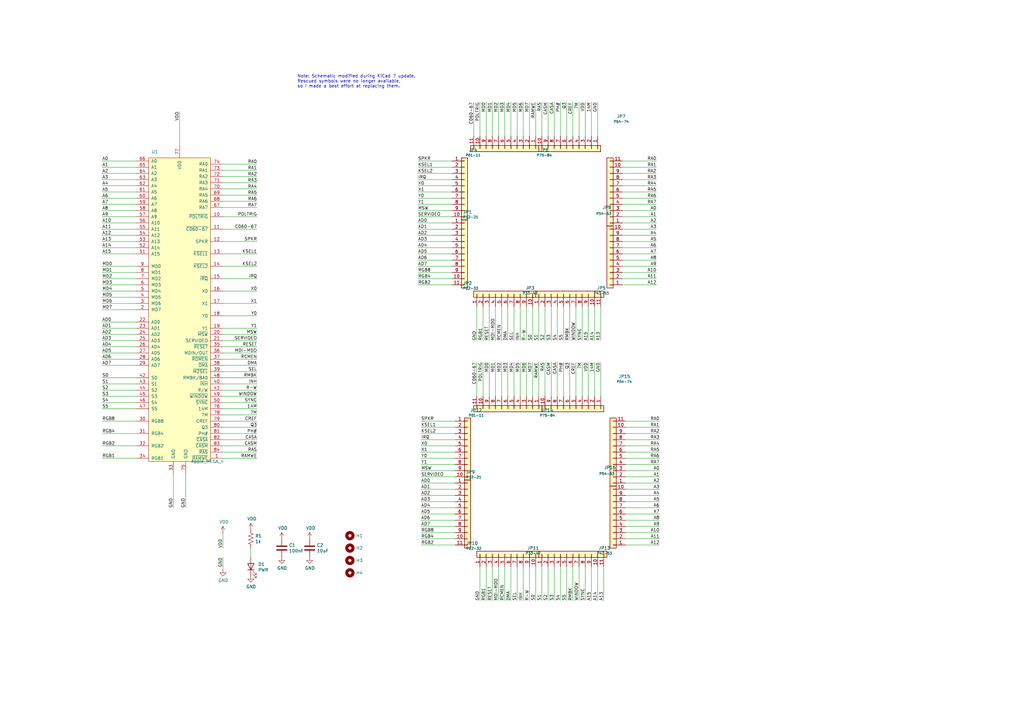
<source format=kicad_sch>
(kicad_sch (version 20230121) (generator eeschema)
  (paper "A3")
  (lib_symbols
    (symbol "Connector_Generic:Conn_01x10" (pin_names (offset 1.016) hide)
      (property "Reference" "J" (at 0 12.7 0))
      (property "Value" "Conn_01x10" (at 0 -15.24 0))
      (symbol "Conn_01x10_1_1"
        (rectangle (start -1.27 -12.573) (end 0 -12.827) (stroke (width 0.1524)))
        (rectangle (start -1.27 -10.033) (end 0 -10.287) (stroke (width 0.1524)))
        (rectangle (start -1.27 -7.493) (end 0 -7.747) (stroke (width 0.1524)))
        (rectangle (start -1.27 -4.953) (end 0 -5.207) (stroke (width 0.1524)))
        (rectangle (start -1.27 -2.413) (end 0 -2.667) (stroke (width 0.1524)))
        (rectangle (start -1.27 0.127) (end 0 -0.127) (stroke (width 0.1524)))
        (rectangle (start -1.27 2.667) (end 0 2.413) (stroke (width 0.1524)))
        (rectangle (start -1.27 5.207) (end 0 4.953) (stroke (width 0.1524)))
        (rectangle (start -1.27 7.747) (end 0 7.493) (stroke (width 0.1524)))
        (rectangle (start -1.27 10.287) (end 0 10.033) (stroke (width 0.1524)))
        (rectangle (start -1.27 11.43) (end 1.27 -13.97) (stroke (width 0.254)) (fill (type background)))
        (pin passive line (at -5.08 10.16 0) (length 3.81) (name "Pin_1") (number "1"))
        (pin passive line (at -5.08 -12.7 0) (length 3.81) (name "Pin_10") (number "10"))
        (pin passive line (at -5.08 7.62 0) (length 3.81) (name "Pin_2") (number "2"))
        (pin passive line (at -5.08 5.08 0) (length 3.81) (name "Pin_3") (number "3"))
        (pin passive line (at -5.08 2.54 0) (length 3.81) (name "Pin_4") (number "4"))
        (pin passive line (at -5.08 0 0) (length 3.81) (name "Pin_5") (number "5"))
        (pin passive line (at -5.08 -2.54 0) (length 3.81) (name "Pin_6") (number "6"))
        (pin passive line (at -5.08 -5.08 0) (length 3.81) (name "Pin_7") (number "7"))
        (pin passive line (at -5.08 -7.62 0) (length 3.81) (name "Pin_8") (number "8"))
        (pin passive line (at -5.08 -10.16 0) (length 3.81) (name "Pin_9") (number "9"))
      )
    )
    (symbol "Connector_Generic:Conn_01x11" (pin_names (offset 1.016) hide)
      (property "Reference" "J" (at 0 15.24 0))
      (property "Value" "Conn_01x11" (at 0 -15.24 0))
      (symbol "Conn_01x11_1_1"
        (rectangle (start -1.27 -12.573) (end 0 -12.827) (stroke (width 0.1524)))
        (rectangle (start -1.27 -10.033) (end 0 -10.287) (stroke (width 0.1524)))
        (rectangle (start -1.27 -7.493) (end 0 -7.747) (stroke (width 0.1524)))
        (rectangle (start -1.27 -4.953) (end 0 -5.207) (stroke (width 0.1524)))
        (rectangle (start -1.27 -2.413) (end 0 -2.667) (stroke (width 0.1524)))
        (rectangle (start -1.27 0.127) (end 0 -0.127) (stroke (width 0.1524)))
        (rectangle (start -1.27 2.667) (end 0 2.413) (stroke (width 0.1524)))
        (rectangle (start -1.27 5.207) (end 0 4.953) (stroke (width 0.1524)))
        (rectangle (start -1.27 7.747) (end 0 7.493) (stroke (width 0.1524)))
        (rectangle (start -1.27 10.287) (end 0 10.033) (stroke (width 0.1524)))
        (rectangle (start -1.27 12.827) (end 0 12.573) (stroke (width 0.1524)))
        (rectangle (start -1.27 13.97) (end 1.27 -13.97) (stroke (width 0.254)) (fill (type background)))
        (pin passive line (at -5.08 12.7 0) (length 3.81) (name "Pin_1") (number "1"))
        (pin passive line (at -5.08 -10.16 0) (length 3.81) (name "Pin_10") (number "10"))
        (pin passive line (at -5.08 -12.7 0) (length 3.81) (name "Pin_11") (number "11"))
        (pin passive line (at -5.08 10.16 0) (length 3.81) (name "Pin_2") (number "2"))
        (pin passive line (at -5.08 7.62 0) (length 3.81) (name "Pin_3") (number "3"))
        (pin passive line (at -5.08 5.08 0) (length 3.81) (name "Pin_4") (number "4"))
        (pin passive line (at -5.08 2.54 0) (length 3.81) (name "Pin_5") (number "5"))
        (pin passive line (at -5.08 0 0) (length 3.81) (name "Pin_6") (number "6"))
        (pin passive line (at -5.08 -2.54 0) (length 3.81) (name "Pin_7") (number "7"))
        (pin passive line (at -5.08 -5.08 0) (length 3.81) (name "Pin_8") (number "8"))
        (pin passive line (at -5.08 -7.62 0) (length 3.81) (name "Pin_9") (number "9"))
      )
    )
    (symbol "Device:C" (pin_numbers hide) (pin_names (offset 0.254))
      (property "Reference" "C" (at 0.635 2.54 0))
      (property "Value" "C" (at 0.635 -2.54 0))
      (symbol "C_0_1"
        (polyline (pts (xy -2.032 -0.762) (xy 2.032 -0.762)) (stroke (width 0.508)))
        (polyline (pts (xy -2.032 0.762) (xy 2.032 0.762)) (stroke (width 0.508)))
      )
      (symbol "C_1_1"
        (pin passive line (at 0 3.81 270) (length 2.794) (name "~") (number "1"))
        (pin passive line (at 0 -3.81 90) (length 2.794) (name "~") (number "2"))
      )
    )
    (symbol "Device:LED" (pin_numbers hide) (pin_names (offset 1.016) hide)
      (property "Reference" "D" (at 0 2.54 0))
      (property "Value" "LED" (at 0 -2.54 0))
      (symbol "LED_0_1"
        (polyline (pts (xy -1.27 -1.27) (xy -1.27 1.27)) (stroke (width 0.254)))
        (polyline (pts (xy -1.27 0) (xy 1.27 0)))
        (polyline (pts (xy 1.27 -1.27) (xy 1.27 1.27) (xy -1.27 0) (xy 1.27 -1.27)) (stroke (width 0.254)))
        (polyline (pts (xy -3.048 -0.762) (xy -4.572 -2.286) (xy -3.81 -2.286) (xy -4.572 -2.286) (xy -4.572 -1.524)))
        (polyline (pts (xy -1.778 -0.762) (xy -3.302 -2.286) (xy -2.54 -2.286) (xy -3.302 -2.286) (xy -3.302 -1.524)))
      )
      (symbol "LED_1_1"
        (pin passive line (at -3.81 0 0) (length 2.54) (name "K") (number "1"))
        (pin passive line (at 3.81 0 180) (length 2.54) (name "A") (number "2"))
      )
    )
    (symbol "Device:R_US" (pin_numbers hide) (pin_names (offset 0))
      (property "Reference" "R" (at 2.54 0 90))
      (property "Value" "R_US" (at -2.54 0 90))
      (symbol "R_US_0_1"
        (polyline (pts (xy 0 -2.286) (xy 0 -2.54)))
        (polyline (pts (xy 0 2.286) (xy 0 2.54)))
        (polyline (pts (xy 0 -0.762) (xy 1.016 -1.143) (xy 0 -1.524) (xy -1.016 -1.905) (xy 0 -2.286)))
        (polyline (pts (xy 0 0.762) (xy 1.016 0.381) (xy 0 0) (xy -1.016 -0.381) (xy 0 -0.762)))
        (polyline (pts (xy 0 2.286) (xy 1.016 1.905) (xy 0 1.524) (xy -1.016 1.143) (xy 0 0.762)))
      )
      (symbol "R_US_1_1"
        (pin passive line (at 0 3.81 270) (length 1.27) (name "~") (number "1"))
        (pin passive line (at 0 -3.81 90) (length 1.27) (name "~") (number "2"))
      )
    )
    (symbol "Mechanical:MountingHole" (pin_names (offset 1.016))
      (property "Reference" "H" (at 0 5.08 0))
      (property "Value" "MountingHole" (at 0 3.175 0))
      (symbol "MountingHole_0_1"
        (circle (center 0 0) (radius 1.27) (stroke (width 1.27)))
      )
    )
    (symbol "My_Library:Apple_MEGA_II" (pin_names (offset 1.016))
      (property "Reference" "U1" (at 5.08 67.31 0))
      (property "Value" "Apple_MEGA_II" (at 10.16 64.77 0))
      (symbol "Apple_MEGA_II_0_1"
        (rectangle (start 12.7 -62.23) (end -12.7 62.23) (fill (type background)))
      )
      (symbol "Apple_MEGA_II_1_1"
        (pin output line (at 17.78 -60.96 180) (length 5.08) (name "~{RAMWE}") (number "1"))
        (pin output line (at 17.78 38.1 180) (length 5.08) (name "~{PDLTRIG}") (number "10"))
        (pin output line (at 17.78 33.02 180) (length 5.08) (name "~{C060-67}") (number "11"))
        (pin output line (at 17.78 27.94 180) (length 5.08) (name "SPKR") (number "12"))
        (pin output line (at 17.78 22.86 180) (length 5.08) (name "~{KSEL1}") (number "13"))
        (pin output line (at 17.78 17.78 180) (length 5.08) (name "~{KSEL2}") (number "14"))
        (pin output line (at 17.78 12.7 180) (length 5.08) (name "~{IRQ}") (number "15"))
        (pin input line (at 17.78 7.62 180) (length 5.08) (name "X0") (number "16"))
        (pin input line (at 17.78 2.54 180) (length 5.08) (name "X1") (number "17"))
        (pin input line (at 17.78 -2.54 180) (length 5.08) (name "Y0") (number "18"))
        (pin input line (at 17.78 -7.62 180) (length 5.08) (name "Y1") (number "19"))
        (pin bidirectional line (at -17.78 0 0) (length 5.08) (name "MD7") (number "2"))
        (pin output line (at 17.78 -10.16 180) (length 5.08) (name "~{MSW}") (number "20"))
        (pin output line (at 17.78 -12.7 180) (length 5.08) (name "SERVIDEO") (number "21"))
        (pin bidirectional line (at -17.78 -5.08 0) (length 5.08) (name "AD0") (number "22"))
        (pin bidirectional line (at -17.78 -7.62 0) (length 5.08) (name "AD1") (number "23"))
        (pin bidirectional line (at -17.78 -10.16 0) (length 5.08) (name "AD2") (number "24"))
        (pin bidirectional line (at -17.78 -12.7 0) (length 5.08) (name "AD3") (number "25"))
        (pin bidirectional line (at -17.78 -15.24 0) (length 5.08) (name "AD4") (number "26"))
        (pin bidirectional line (at -17.78 -17.78 0) (length 5.08) (name "AD5") (number "27"))
        (pin bidirectional line (at -17.78 -20.32 0) (length 5.08) (name "AD6") (number "28"))
        (pin bidirectional line (at -17.78 -22.86 0) (length 5.08) (name "AD7") (number "29"))
        (pin bidirectional line (at -17.78 2.54 0) (length 5.08) (name "MD6") (number "3"))
        (pin output line (at -17.78 -45.72 0) (length 5.08) (name "RGB8") (number "30"))
        (pin output line (at -17.78 -50.8 0) (length 5.08) (name "RGB4") (number "31"))
        (pin output line (at -17.78 -55.88 0) (length 5.08) (name "RGB2") (number "32"))
        (pin power_in line (at -2.54 -67.31 90) (length 5.08) (name "GND") (number "33"))
        (pin output line (at -17.78 -60.96 0) (length 5.08) (name "RGB1") (number "34"))
        (pin input line (at 17.78 -15.24 180) (length 5.08) (name "~{RESET}") (number "35"))
        (pin output line (at 17.78 -17.78 180) (length 5.08) (name "MDIN/OUT") (number "36"))
        (pin output line (at 17.78 -20.32 180) (length 5.08) (name "~{ROMEN}") (number "37"))
        (pin input line (at 17.78 -22.86 180) (length 5.08) (name "~{DMA}") (number "38"))
        (pin input line (at 17.78 -25.4 180) (length 5.08) (name "~{M2SEL}") (number "39"))
        (pin bidirectional line (at -17.78 5.08 0) (length 5.08) (name "MD5") (number "4"))
        (pin input line (at 17.78 -30.48 180) (length 5.08) (name "~{INH}") (number "40"))
        (pin input line (at 17.78 -33.02 180) (length 5.08) (name "R/W") (number "41"))
        (pin output line (at -17.78 -27.94 0) (length 5.08) (name "S0") (number "42"))
        (pin output line (at -17.78 -30.48 0) (length 5.08) (name "S1") (number "43"))
        (pin output line (at -17.78 -33.02 0) (length 5.08) (name "S2") (number "44"))
        (pin output line (at -17.78 -35.56 0) (length 5.08) (name "S3") (number "45"))
        (pin output line (at -17.78 -38.1 0) (length 5.08) (name "S4") (number "46"))
        (pin output line (at -17.78 -40.64 0) (length 5.08) (name "S5") (number "47"))
        (pin output line (at 17.78 -27.94 180) (length 5.08) (name "RMBK/BA0") (number "48"))
        (pin output line (at 17.78 -35.56 180) (length 5.08) (name "~{WINDOW}") (number "49"))
        (pin bidirectional line (at -17.78 7.62 0) (length 5.08) (name "MD4") (number "5"))
        (pin output line (at 17.78 -38.1 180) (length 5.08) (name "~{SYNC}") (number "50"))
        (pin output line (at -17.78 22.86 0) (length 5.08) (name "A15") (number "51"))
        (pin output line (at -17.78 25.4 0) (length 5.08) (name "A14") (number "52"))
        (pin output line (at -17.78 27.94 0) (length 5.08) (name "A13") (number "53"))
        (pin output line (at -17.78 30.48 0) (length 5.08) (name "A12") (number "54"))
        (pin output line (at -17.78 33.02 0) (length 5.08) (name "A11") (number "55"))
        (pin output line (at -17.78 35.56 0) (length 5.08) (name "A10") (number "56"))
        (pin output line (at -17.78 38.1 0) (length 5.08) (name "A9") (number "57"))
        (pin output line (at -17.78 40.64 0) (length 5.08) (name "A8") (number "58"))
        (pin output line (at -17.78 43.18 0) (length 5.08) (name "A7") (number "59"))
        (pin bidirectional line (at -17.78 10.16 0) (length 5.08) (name "MD3") (number "6"))
        (pin output line (at -17.78 45.72 0) (length 5.08) (name "A6") (number "60"))
        (pin output line (at -17.78 48.26 0) (length 5.08) (name "A5") (number "61"))
        (pin output line (at -17.78 50.8 0) (length 5.08) (name "A4") (number "62"))
        (pin output line (at -17.78 53.34 0) (length 5.08) (name "A3") (number "63"))
        (pin output line (at -17.78 55.88 0) (length 5.08) (name "A2") (number "64"))
        (pin output line (at -17.78 58.42 0) (length 5.08) (name "A1") (number "65"))
        (pin output line (at -17.78 60.96 0) (length 5.08) (name "A0") (number "66"))
        (pin output line (at 17.78 41.91 180) (length 5.08) (name "RA7") (number "67"))
        (pin output line (at 17.78 44.45 180) (length 5.08) (name "RA6") (number "68"))
        (pin output line (at 17.78 46.99 180) (length 5.08) (name "RA5") (number "69"))
        (pin bidirectional line (at -17.78 12.7 0) (length 5.08) (name "MD2") (number "7"))
        (pin output line (at 17.78 49.53 180) (length 5.08) (name "RA4") (number "70"))
        (pin output line (at 17.78 52.07 180) (length 5.08) (name "RA3") (number "71"))
        (pin output line (at 17.78 54.61 180) (length 5.08) (name "RA2") (number "72"))
        (pin output line (at 17.78 57.15 180) (length 5.08) (name "RA1") (number "73"))
        (pin output line (at 17.78 59.69 180) (length 5.08) (name "RA0") (number "74"))
        (pin power_in line (at 2.54 -67.31 90) (length 5.08) (name "GND") (number "75"))
        (pin input line (at 17.78 -40.64 180) (length 5.08) (name "14M") (number "76"))
        (pin power_in line (at 0 67.31 270) (length 5.08) (name "VDD") (number "77"))
        (pin output line (at 17.78 -43.18 180) (length 5.08) (name "7M") (number "78"))
        (pin output line (at 17.78 -45.72 180) (length 5.08) (name "CREF") (number "79"))
        (pin bidirectional line (at -17.78 15.24 0) (length 5.08) (name "MD1") (number "8"))
        (pin output line (at 17.78 -48.26 180) (length 5.08) (name "Q3") (number "80"))
        (pin output line (at 17.78 -50.8 180) (length 5.08) (name "PH#") (number "81"))
        (pin output line (at 17.78 -53.34 180) (length 5.08) (name "~{CASA}") (number "82"))
        (pin output line (at 17.78 -55.88 180) (length 5.08) (name "~{CASM}") (number "83"))
        (pin output line (at 17.78 -58.42 180) (length 5.08) (name "~{RAS}") (number "84"))
        (pin bidirectional line (at -17.78 17.78 0) (length 5.08) (name "MD0") (number "9"))
      )
    )
    (symbol "power:GND" (power) (pin_names (offset 0))
      (property "Value" "GND" (at 0 -3.81 0))
      (symbol "GND_0_1"
        (polyline (pts (xy 0 0) (xy 0 -1.27) (xy 1.27 -1.27) (xy 0 -2.54) (xy -1.27 -1.27) (xy 0 -1.27)))
      )
      (symbol "GND_1_1"
        (pin power_in line (at 0 0 270) (length 0) hide (name "GND") (number "1"))
      )
    )
    (symbol "power:VDD" (power) (pin_names (offset 0))
      (property "Value" "VDD" (at 0 3.81 0))
      (symbol "VDD_0_1"
        (polyline (pts (xy -0.762 1.27) (xy 0 2.54)))
        (polyline (pts (xy 0 0) (xy 0 2.54)))
        (polyline (pts (xy 0 2.54) (xy 0.762 1.27)))
      )
      (symbol "VDD_1_1"
        (pin power_in line (at 0 0 90) (length 0) hide (name "VDD") (number "1"))
      )
    )
  )
  (wire (pts (xy 186.69 182.88) (xy 172.72 182.88)))
  (wire (pts (xy 55.88 172.72) (xy 41.91 172.72)))
  (wire (pts (xy 238.76 139.7) (xy 238.76 125.73)))
  (wire (pts (xy 214.63 246.38) (xy 214.63 232.41)))
  (wire (pts (xy 55.88 149.86) (xy 41.91 149.86)))
  (wire (pts (xy 205.74 139.7) (xy 205.74 125.73)))
  (wire (pts (xy 55.88 132.08) (xy 41.91 132.08)))
  (wire (pts (xy 212.09 55.88) (xy 212.09 41.91)))
  (wire (pts (xy 198.12 139.7) (xy 198.12 125.73)))
  (wire (pts (xy 185.42 106.68) (xy 171.45 106.68)))
  (wire (pts (xy 102.87 224.79) (xy 102.87 228.6)))
  (wire (pts (xy 186.69 195.58) (xy 172.72 195.58)))
  (wire (pts (xy 105.41 67.31) (xy 91.44 67.31)))
  (wire (pts (xy 55.88 182.88) (xy 41.91 182.88)))
  (wire (pts (xy 105.41 177.8) (xy 91.44 177.8)))
  (wire (pts (xy 219.71 55.88) (xy 219.71 41.91)))
  (wire (pts (xy 105.41 180.34) (xy 91.44 180.34)))
  (wire (pts (xy 226.06 162.56) (xy 226.06 148.59)))
  (wire (pts (xy 105.41 88.9) (xy 91.44 88.9)))
  (wire (pts (xy 255.27 96.52) (xy 269.24 96.52)))
  (wire (pts (xy 256.54 172.72) (xy 270.51 172.72)))
  (wire (pts (xy 55.88 160.02) (xy 41.91 160.02)))
  (wire (pts (xy 185.42 83.82) (xy 171.45 83.82)))
  (wire (pts (xy 185.42 73.66) (xy 171.45 73.66)))
  (wire (pts (xy 105.41 187.96) (xy 91.44 187.96)))
  (wire (pts (xy 186.69 220.98) (xy 172.72 220.98)))
  (wire (pts (xy 256.54 218.44) (xy 270.51 218.44)))
  (wire (pts (xy 255.27 99.06) (xy 269.24 99.06)))
  (wire (pts (xy 185.42 68.58) (xy 171.45 68.58)))
  (wire (pts (xy 204.47 246.38) (xy 204.47 232.41)))
  (wire (pts (xy 243.84 139.7) (xy 243.84 125.73)))
  (wire (pts (xy 234.95 246.38) (xy 234.95 232.41)))
  (wire (pts (xy 233.68 162.56) (xy 233.68 148.59)))
  (wire (pts (xy 194.31 55.88) (xy 194.31 41.91)))
  (wire (pts (xy 185.42 99.06) (xy 171.45 99.06)))
  (wire (pts (xy 207.01 246.38) (xy 207.01 232.41)))
  (wire (pts (xy 236.22 139.7) (xy 236.22 125.73)))
  (wire (pts (xy 256.54 182.88) (xy 270.51 182.88)))
  (wire (pts (xy 55.88 116.84) (xy 41.91 116.84)))
  (wire (pts (xy 185.42 71.12) (xy 171.45 71.12)))
  (wire (pts (xy 236.22 162.56) (xy 236.22 148.59)))
  (wire (pts (xy 212.09 246.38) (xy 212.09 232.41)))
  (wire (pts (xy 224.79 246.38) (xy 224.79 232.41)))
  (wire (pts (xy 200.66 139.7) (xy 200.66 125.73)))
  (wire (pts (xy 227.33 55.88) (xy 227.33 41.91)))
  (wire (pts (xy 55.88 187.96) (xy 41.91 187.96)))
  (wire (pts (xy 217.17 246.38) (xy 217.17 232.41)))
  (wire (pts (xy 105.41 152.4) (xy 91.44 152.4)))
  (wire (pts (xy 185.42 104.14) (xy 171.45 104.14)))
  (wire (pts (xy 199.39 55.88) (xy 199.39 41.91)))
  (wire (pts (xy 105.41 154.94) (xy 91.44 154.94)))
  (wire (pts (xy 234.95 55.88) (xy 234.95 41.91)))
  (wire (pts (xy 237.49 55.88) (xy 237.49 41.91)))
  (wire (pts (xy 105.41 74.93) (xy 91.44 74.93)))
  (wire (pts (xy 201.93 55.88) (xy 201.93 41.91)))
  (wire (pts (xy 255.27 71.12) (xy 269.24 71.12)))
  (wire (pts (xy 105.41 175.26) (xy 91.44 175.26)))
  (wire (pts (xy 204.47 55.88) (xy 204.47 41.91)))
  (wire (pts (xy 255.27 81.28) (xy 269.24 81.28)))
  (wire (pts (xy 256.54 208.28) (xy 270.51 208.28)))
  (wire (pts (xy 196.85 246.38) (xy 196.85 232.41)))
  (wire (pts (xy 55.88 147.32) (xy 41.91 147.32)))
  (wire (pts (xy 55.88 91.44) (xy 41.91 91.44)))
  (wire (pts (xy 55.88 111.76) (xy 41.91 111.76)))
  (wire (pts (xy 185.42 101.6) (xy 171.45 101.6)))
  (wire (pts (xy 226.06 139.7) (xy 226.06 125.73)))
  (wire (pts (xy 228.6 139.7) (xy 228.6 125.73)))
  (wire (pts (xy 256.54 205.74) (xy 270.51 205.74)))
  (wire (pts (xy 256.54 175.26) (xy 270.51 175.26)))
  (wire (pts (xy 222.25 55.88) (xy 222.25 41.91)))
  (wire (pts (xy 223.52 162.56) (xy 223.52 148.59)))
  (wire (pts (xy 105.41 149.86) (xy 91.44 149.86)))
  (wire (pts (xy 186.69 198.12) (xy 172.72 198.12)))
  (wire (pts (xy 256.54 177.8) (xy 270.51 177.8)))
  (wire (pts (xy 55.88 137.16) (xy 41.91 137.16)))
  (wire (pts (xy 255.27 116.84) (xy 269.24 116.84)))
  (wire (pts (xy 255.27 66.04) (xy 269.24 66.04)))
  (wire (pts (xy 105.41 147.32) (xy 91.44 147.32)))
  (wire (pts (xy 229.87 55.88) (xy 229.87 41.91)))
  (wire (pts (xy 245.11 246.38) (xy 245.11 232.41)))
  (wire (pts (xy 242.57 246.38) (xy 242.57 232.41)))
  (wire (pts (xy 105.41 182.88) (xy 91.44 182.88)))
  (wire (pts (xy 231.14 139.7) (xy 231.14 125.73)))
  (wire (pts (xy 208.28 139.7) (xy 208.28 125.73)))
  (wire (pts (xy 105.41 142.24) (xy 91.44 142.24)))
  (wire (pts (xy 240.03 55.88) (xy 240.03 41.91)))
  (wire (pts (xy 203.2 139.7) (xy 203.2 125.73)))
  (wire (pts (xy 73.66 59.69) (xy 73.66 45.72)))
  (wire (pts (xy 241.3 162.56) (xy 241.3 148.59)))
  (wire (pts (xy 105.41 119.38) (xy 91.44 119.38)))
  (wire (pts (xy 256.54 215.9) (xy 270.51 215.9)))
  (wire (pts (xy 242.57 55.88) (xy 242.57 41.91)))
  (wire (pts (xy 203.2 162.56) (xy 203.2 148.59)))
  (wire (pts (xy 105.41 170.18) (xy 91.44 170.18)))
  (wire (pts (xy 255.27 114.3) (xy 269.24 114.3)))
  (wire (pts (xy 55.88 96.52) (xy 41.91 96.52)))
  (wire (pts (xy 255.27 76.2) (xy 269.24 76.2)))
  (wire (pts (xy 229.87 246.38) (xy 229.87 232.41)))
  (wire (pts (xy 55.88 101.6) (xy 41.91 101.6)))
  (wire (pts (xy 256.54 210.82) (xy 270.51 210.82)))
  (wire (pts (xy 255.27 73.66) (xy 269.24 73.66)))
  (wire (pts (xy 243.84 162.56) (xy 243.84 148.59)))
  (wire (pts (xy 55.88 76.2) (xy 41.91 76.2)))
  (wire (pts (xy 55.88 121.92) (xy 41.91 121.92)))
  (wire (pts (xy 240.03 246.38) (xy 240.03 232.41)))
  (wire (pts (xy 245.11 55.88) (xy 245.11 41.91)))
  (wire (pts (xy 256.54 193.04) (xy 270.51 193.04)))
  (wire (pts (xy 105.41 139.7) (xy 91.44 139.7)))
  (wire (pts (xy 185.42 109.22) (xy 171.45 109.22)))
  (wire (pts (xy 55.88 71.12) (xy 41.91 71.12)))
  (wire (pts (xy 246.38 162.56) (xy 246.38 148.59)))
  (wire (pts (xy 76.2 194.31) (xy 76.2 208.28)))
  (wire (pts (xy 185.42 114.3) (xy 171.45 114.3)))
  (wire (pts (xy 55.88 93.98) (xy 41.91 93.98)))
  (wire (pts (xy 105.41 157.48) (xy 91.44 157.48)))
  (wire (pts (xy 255.27 88.9) (xy 269.24 88.9)))
  (wire (pts (xy 55.88 162.56) (xy 41.91 162.56)))
  (wire (pts (xy 105.41 72.39) (xy 91.44 72.39)))
  (wire (pts (xy 185.42 66.04) (xy 171.45 66.04)))
  (wire (pts (xy 213.36 139.7) (xy 213.36 125.73)))
  (wire (pts (xy 255.27 104.14) (xy 269.24 104.14)))
  (wire (pts (xy 91.44 233.68) (xy 91.44 228.6)))
  (wire (pts (xy 55.88 134.62) (xy 41.91 134.62)))
  (wire (pts (xy 55.88 167.64) (xy 41.91 167.64)))
  (wire (pts (xy 255.27 106.68) (xy 269.24 106.68)))
  (wire (pts (xy 255.27 91.44) (xy 269.24 91.44)))
  (wire (pts (xy 186.69 180.34) (xy 172.72 180.34)))
  (wire (pts (xy 186.69 190.5) (xy 172.72 190.5)))
  (wire (pts (xy 55.88 139.7) (xy 41.91 139.7)))
  (wire (pts (xy 105.41 167.64) (xy 91.44 167.64)))
  (wire (pts (xy 227.33 246.38) (xy 227.33 232.41)))
  (wire (pts (xy 217.17 55.88) (xy 217.17 41.91)))
  (wire (pts (xy 256.54 213.36) (xy 270.51 213.36)))
  (wire (pts (xy 185.42 76.2) (xy 171.45 76.2)))
  (wire (pts (xy 55.88 86.36) (xy 41.91 86.36)))
  (wire (pts (xy 186.69 218.44) (xy 172.72 218.44)))
  (wire (pts (xy 105.41 144.78) (xy 91.44 144.78)))
  (wire (pts (xy 186.69 213.36) (xy 172.72 213.36)))
  (wire (pts (xy 256.54 198.12) (xy 270.51 198.12)))
  (wire (pts (xy 256.54 223.52) (xy 270.51 223.52)))
  (wire (pts (xy 91.44 129.54) (xy 105.41 129.54)))
  (wire (pts (xy 255.27 78.74) (xy 269.24 78.74)))
  (wire (pts (xy 205.74 162.56) (xy 205.74 148.59)))
  (wire (pts (xy 246.38 139.7) (xy 246.38 125.73)))
  (wire (pts (xy 186.69 208.28) (xy 172.72 208.28)))
  (wire (pts (xy 55.88 104.14) (xy 41.91 104.14)))
  (wire (pts (xy 186.69 177.8) (xy 172.72 177.8)))
  (wire (pts (xy 105.41 69.85) (xy 91.44 69.85)))
  (wire (pts (xy 185.42 88.9) (xy 171.45 88.9)))
  (wire (pts (xy 185.42 116.84) (xy 171.45 116.84)))
  (wire (pts (xy 185.42 91.44) (xy 171.45 91.44)))
  (wire (pts (xy 198.12 162.56) (xy 198.12 148.59)))
  (wire (pts (xy 185.42 81.28) (xy 171.45 81.28)))
  (wire (pts (xy 199.39 246.38) (xy 199.39 232.41)))
  (wire (pts (xy 105.41 137.16) (xy 91.44 137.16)))
  (wire (pts (xy 255.27 101.6) (xy 269.24 101.6)))
  (wire (pts (xy 105.41 160.02) (xy 91.44 160.02)))
  (wire (pts (xy 207.01 55.88) (xy 207.01 41.91)))
  (wire (pts (xy 218.44 162.56) (xy 218.44 148.59)))
  (wire (pts (xy 195.58 139.7) (xy 195.58 125.73)))
  (wire (pts (xy 55.88 88.9) (xy 41.91 88.9)))
  (wire (pts (xy 233.68 139.7) (xy 233.68 125.73)))
  (wire (pts (xy 256.54 187.96) (xy 270.51 187.96)))
  (wire (pts (xy 55.88 142.24) (xy 41.91 142.24)))
  (wire (pts (xy 105.41 99.06) (xy 91.44 99.06)))
  (wire (pts (xy 241.3 139.7) (xy 241.3 125.73)))
  (wire (pts (xy 91.44 218.44) (xy 91.44 224.79)))
  (wire (pts (xy 255.27 86.36) (xy 269.24 86.36)))
  (wire (pts (xy 256.54 195.58) (xy 270.51 195.58)))
  (wire (pts (xy 105.41 114.3) (xy 91.44 114.3)))
  (wire (pts (xy 186.69 205.74) (xy 172.72 205.74)))
  (wire (pts (xy 55.88 99.06) (xy 41.91 99.06)))
  (wire (pts (xy 55.88 177.8) (xy 41.91 177.8)))
  (wire (pts (xy 256.54 220.98) (xy 270.51 220.98)))
  (wire (pts (xy 55.88 66.04) (xy 41.91 66.04)))
  (wire (pts (xy 209.55 246.38) (xy 209.55 232.41)))
  (wire (pts (xy 218.44 139.7) (xy 218.44 125.73)))
  (wire (pts (xy 232.41 246.38) (xy 232.41 232.41)))
  (wire (pts (xy 185.42 78.74) (xy 171.45 78.74)))
  (wire (pts (xy 105.41 80.01) (xy 91.44 80.01)))
  (wire (pts (xy 55.88 109.22) (xy 41.91 109.22)))
  (wire (pts (xy 215.9 162.56) (xy 215.9 148.59)))
  (wire (pts (xy 215.9 139.7) (xy 215.9 125.73)))
  (wire (pts (xy 255.27 111.76) (xy 269.24 111.76)))
  (wire (pts (xy 55.88 81.28) (xy 41.91 81.28)))
  (wire (pts (xy 105.41 185.42) (xy 91.44 185.42)))
  (wire (pts (xy 210.82 162.56) (xy 210.82 148.59)))
  (wire (pts (xy 208.28 162.56) (xy 208.28 148.59)))
  (wire (pts (xy 231.14 162.56) (xy 231.14 148.59)))
  (wire (pts (xy 186.69 203.2) (xy 172.72 203.2)))
  (wire (pts (xy 105.41 85.09) (xy 91.44 85.09)))
  (wire (pts (xy 256.54 203.2) (xy 270.51 203.2)))
  (wire (pts (xy 255.27 68.58) (xy 269.24 68.58)))
  (wire (pts (xy 105.41 77.47) (xy 91.44 77.47)))
  (wire (pts (xy 219.71 246.38) (xy 219.71 232.41)))
  (wire (pts (xy 186.69 185.42) (xy 172.72 185.42)))
  (wire (pts (xy 223.52 139.7) (xy 223.52 125.73)))
  (wire (pts (xy 186.69 175.26) (xy 172.72 175.26)))
  (wire (pts (xy 55.88 124.46) (xy 41.91 124.46)))
  (wire (pts (xy 186.69 187.96) (xy 172.72 187.96)))
  (wire (pts (xy 186.69 200.66) (xy 172.72 200.66)))
  (wire (pts (xy 224.79 55.88) (xy 224.79 41.91)))
  (wire (pts (xy 105.41 104.14) (xy 91.44 104.14)))
  (wire (pts (xy 105.41 109.22) (xy 91.44 109.22)))
  (wire (pts (xy 185.42 96.52) (xy 171.45 96.52)))
  (wire (pts (xy 185.42 86.36) (xy 171.45 86.36)))
  (wire (pts (xy 105.41 124.46) (xy 91.44 124.46)))
  (wire (pts (xy 255.27 83.82) (xy 269.24 83.82)))
  (wire (pts (xy 200.66 162.56) (xy 200.66 148.59)))
  (wire (pts (xy 55.88 154.94) (xy 41.91 154.94)))
  (wire (pts (xy 91.44 172.72) (xy 105.41 172.72)))
  (wire (pts (xy 55.88 157.48) (xy 41.91 157.48)))
  (wire (pts (xy 55.88 114.3) (xy 41.91 114.3)))
  (wire (pts (xy 186.69 172.72) (xy 172.72 172.72)))
  (wire (pts (xy 220.98 162.56) (xy 220.98 148.59)))
  (wire (pts (xy 209.55 55.88) (xy 209.55 41.91)))
  (wire (pts (xy 256.54 185.42) (xy 270.51 185.42)))
  (wire (pts (xy 228.6 162.56) (xy 228.6 148.59)))
  (wire (pts (xy 255.27 93.98) (xy 269.24 93.98)))
  (wire (pts (xy 105.41 93.98) (xy 91.44 93.98)))
  (wire (pts (xy 105.41 165.1) (xy 91.44 165.1)))
  (wire (pts (xy 186.69 215.9) (xy 172.72 215.9)))
  (wire (pts (xy 55.88 127) (xy 41.91 127)))
  (wire (pts (xy 256.54 180.34) (xy 270.51 180.34)))
  (wire (pts (xy 237.49 246.38) (xy 237.49 232.41)))
  (wire (pts (xy 222.25 246.38) (xy 222.25 232.41)))
  (wire (pts (xy 255.27 109.22) (xy 269.24 109.22)))
  (wire (pts (xy 232.41 55.88) (xy 232.41 41.91)))
  (wire (pts (xy 71.12 194.31) (xy 71.12 208.28)))
  (wire (pts (xy 55.88 73.66) (xy 41.91 73.66)))
  (wire (pts (xy 55.88 78.74) (xy 41.91 78.74)))
  (wire (pts (xy 55.88 165.1) (xy 41.91 165.1)))
  (wire (pts (xy 186.69 193.04) (xy 172.72 193.04)))
  (wire (pts (xy 55.88 144.78) (xy 41.91 144.78)))
  (wire (pts (xy 256.54 200.66) (xy 270.51 200.66)))
  (wire (pts (xy 238.76 162.56) (xy 238.76 148.59)))
  (wire (pts (xy 185.42 93.98) (xy 171.45 93.98)))
  (wire (pts (xy 185.42 111.76) (xy 171.45 111.76)))
  (wire (pts (xy 105.41 162.56) (xy 91.44 162.56)))
  (wire (pts (xy 247.65 246.38) (xy 247.65 232.41)))
  (wire (pts (xy 186.69 223.52) (xy 172.72 223.52)))
  (wire (pts (xy 195.58 162.56) (xy 195.58 148.59)))
  (wire (pts (xy 220.98 139.7) (xy 220.98 125.73)))
  (wire (pts (xy 201.93 246.38) (xy 201.93 232.41)))
  (wire (pts (xy 105.41 82.55) (xy 91.44 82.55)))
  (wire (pts (xy 213.36 162.56) (xy 213.36 148.59)))
  (wire (pts (xy 186.69 210.82) (xy 172.72 210.82)))
  (wire (pts (xy 214.63 55.88) (xy 214.63 41.91)))
  (wire (pts (xy 55.88 83.82) (xy 41.91 83.82)))
  (wire (pts (xy 196.85 55.88) (xy 196.85 41.91)))
  (wire (pts (xy 55.88 119.38) (xy 41.91 119.38)))
  (wire (pts (xy 105.41 134.62) (xy 91.44 134.62)))
  (wire (pts (xy 210.82 139.7) (xy 210.82 125.73)))
  (wire (pts (xy 256.54 190.5) (xy 270.51 190.5)))
  (wire (pts (xy 55.88 68.58) (xy 41.91 68.58)))
  (text "Note: Schematic modified during KiCad 7 update.\nRescued symbols were no longer available, \nso I made a best effort at replacing them." (at 121.92 36.195 0) (effects (font (size 1.27 1.27)) (justify left bottom)))
  (label "INH" (at 214.63 246.38 90))
  (label "Y1" (at 105.41 134.62 180))
  (label "SEL" (at 105.41 152.4 180))
  (label "GND" (at 76.2 208.28 90))
  (label "MD3" (at 207.01 41.91 270))
  (label "SERVIDEO" (at 171.45 88.9 0))
  (label "A0" (at 41.91 66.04 0))
  (label "AD3" (at 41.91 139.7 0))
  (label "A9" (at 41.91 88.9 0))
  (label "KSEL2" (at 171.45 71.12 0))
  (label "SEL" (at 212.09 246.38 90))
  (label "WINDOW" (at 105.41 162.56 180))
  (label "RAS" (at 222.25 41.91 270))
  (label "MD6" (at 41.91 124.46 0))
  (label "AD6" (at 172.72 213.36 0))
  (label "A8" (at 269.24 106.68 180))
  (label "RA7" (at 269.24 83.82 180))
  (label "Q3" (at 233.68 148.59 270))
  (label "AD0" (at 41.91 132.08 0))
  (label "MD1" (at 203.2 148.59 270))
  (label "DMA" (at 209.55 246.38 90))
  (label "A2" (at 270.51 198.12 180))
  (label "R-W" (at 105.41 160.02 180))
  (label "RA1" (at 105.41 69.85 180))
  (label "AD0" (at 172.72 198.12 0))
  (label "SEL" (at 210.82 139.7 90))
  (label "KSEL1" (at 105.41 104.14 180))
  (label "AD3" (at 171.45 99.06 0))
  (label "RGB8" (at 172.72 218.44 0))
  (label "Y0" (at 171.45 81.28 0))
  (label "MD4" (at 41.91 119.38 0))
  (label "RA5" (at 269.24 78.74 180))
  (label "PDLTRIG" (at 105.41 88.9 180))
  (label "RA2" (at 269.24 71.12 180))
  (label "CASM" (at 226.06 148.59 270))
  (label "Q3" (at 105.41 175.26 180))
  (label "RESET" (at 105.41 142.24 180))
  (label "S2" (at 41.91 160.02 0))
  (label "SYNC" (at 105.41 165.1 180))
  (label "MSW" (at 172.72 193.04 0))
  (label "A5" (at 41.91 78.74 0))
  (label "A2" (at 269.24 91.44 180))
  (label "GND" (at 196.85 246.38 90))
  (label "RA0" (at 269.24 66.04 180))
  (label "RA6" (at 105.41 82.55 180))
  (label "MDI-MDO" (at 203.2 139.7 90))
  (label "A6" (at 270.51 208.28 180))
  (label "VDD" (at 241.3 148.59 270))
  (label "KSEL2" (at 105.41 109.22 180))
  (label "MD7" (at 217.17 41.91 270))
  (label "MD7" (at 41.91 127 0))
  (label "RA2" (at 105.41 72.39 180))
  (label "RGB8" (at 41.91 172.72 0))
  (label "SPKR" (at 105.41 99.06 180))
  (label "AD2" (at 171.45 96.52 0))
  (label "MD0" (at 41.91 109.22 0))
  (label "7M" (at 237.49 41.91 270))
  (label "RA2" (at 270.51 177.8 180))
  (label "AD2" (at 41.91 137.16 0))
  (label "GND" (at 245.11 41.91 270))
  (label "SPKR" (at 172.72 172.72 0))
  (label "RMBK" (at 234.95 246.38 90))
  (label "RA4" (at 105.41 77.47 180))
  (label "A15" (at 241.3 139.7 90))
  (label "AD1" (at 41.91 134.62 0))
  (label "S2" (at 223.52 139.7 90))
  (label "MD2" (at 204.47 41.91 270))
  (label "RA5" (at 105.41 80.01 180))
  (label "CASA" (at 105.41 180.34 180))
  (label "S2" (at 224.79 246.38 90))
  (label "7M" (at 238.76 148.59 270))
  (label "SPKR" (at 171.45 66.04 0))
  (label "S5" (at 232.41 246.38 90))
  (label "A8" (at 270.51 213.36 180))
  (label "MD3" (at 41.91 116.84 0))
  (label "RAS" (at 105.41 185.42 180))
  (label "AD1" (at 172.72 200.66 0))
  (label "GND" (at 91.44 228.6 270))
  (label "S1" (at 220.98 139.7 90))
  (label "RAMWE" (at 105.41 187.96 180))
  (label "PDLTRIG" (at 198.12 148.59 270))
  (label "MD1" (at 201.93 41.91 270))
  (label "A5" (at 270.51 205.74 180))
  (label "A13" (at 41.91 99.06 0))
  (label "X0" (at 171.45 76.2 0))
  (label "AD7" (at 171.45 109.22 0))
  (label "MD6" (at 215.9 148.59 270))
  (label "Y1" (at 171.45 83.82 0))
  (label "C060-67" (at 194.31 41.91 270))
  (label "DMA" (at 105.41 149.86 180))
  (label "VDD" (at 73.66 45.72 270))
  (label "X0" (at 105.41 119.38 180))
  (label "MD4" (at 210.82 148.59 270))
  (label "MD6" (at 214.63 41.91 270))
  (label "IRQ" (at 105.41 114.3 180))
  (label "AD1" (at 171.45 93.98 0))
  (label "X0" (at 172.72 182.88 0))
  (label "RMBK" (at 105.41 154.94 180))
  (label "A4" (at 41.91 76.2 0))
  (label "RESET" (at 201.93 246.38 90))
  (label "A15" (at 242.57 246.38 90))
  (label "A1" (at 269.24 88.9 180))
  (label "A13" (at 246.38 139.7 90))
  (label "KSEL1" (at 171.45 68.58 0))
  (label "RAS" (at 223.52 148.59 270))
  (label "AD4" (at 41.91 142.24 0))
  (label "MD3" (at 208.28 148.59 270))
  (label "AD0" (at 171.45 91.44 0))
  (label "A15" (at 41.91 104.14 0))
  (label "A14" (at 243.84 139.7 90))
  (label "RGB1" (at 198.12 139.7 90))
  (label "WINDOW" (at 236.22 139.7 90))
  (label "KSEL1" (at 172.72 175.26 0))
  (label "CASA" (at 227.33 41.91 270))
  (label "A9" (at 270.51 215.9 180))
  (label "A0" (at 270.51 193.04 180))
  (label "RAMWE" (at 219.71 41.91 270))
  (label "S3" (at 41.91 162.56 0))
  (label "S4" (at 229.87 246.38 90))
  (label "SYNC" (at 240.03 246.38 90))
  (label "SERVIDEO" (at 172.72 195.58 0))
  (label "Y0" (at 105.41 129.54 180))
  (label "A10" (at 270.51 218.44 180))
  (label "A12" (at 269.24 116.84 180))
  (label "MSW" (at 171.45 86.36 0))
  (label "A3" (at 270.51 200.66 180))
  (label "AD7" (at 172.72 215.9 0))
  (label "A1" (at 270.51 195.58 180))
  (label "14M" (at 242.57 41.91 270))
  (label "S3" (at 227.33 246.38 90))
  (label "RGB4" (at 171.45 114.3 0))
  (label "S4" (at 41.91 165.1 0))
  (label "CASA" (at 228.6 148.59 270))
  (label "A3" (at 269.24 93.98 180))
  (label "MD1" (at 41.91 111.76 0))
  (label "RGB8" (at 171.45 111.76 0))
  (label "RGB1" (at 41.91 187.96 0))
  (label "R-W" (at 217.17 246.38 90))
  (label "A9" (at 269.24 109.22 180))
  (label "RGB2" (at 171.45 116.84 0))
  (label "AD7" (at 41.91 149.86 0))
  (label "A4" (at 269.24 96.52 180))
  (label "S0" (at 219.71 246.38 90))
  (label "AD5" (at 171.45 104.14 0))
  (label "RGB4" (at 172.72 220.98 0))
  (label "MD2" (at 205.74 148.59 270))
  (label "AD3" (at 172.72 205.74 0))
  (label "S1" (at 222.25 246.38 90))
  (label "A4" (at 270.51 203.2 180))
  (label "AD6" (at 171.45 106.68 0))
  (label "A6" (at 269.24 101.6 180))
  (label "RA5" (at 270.51 185.42 180))
  (label "MDI-MDO" (at 105.41 144.78 180))
  (label "SYNC" (at 238.76 139.7 90))
  (label "AD2" (at 172.72 203.2 0))
  (label "MSW" (at 105.41 137.16 180))
  (label "CREF" (at 236.22 148.59 270))
  (label "CASM" (at 224.79 41.91 270))
  (label "R-W" (at 215.9 139.7 90))
  (label "S4" (at 228.6 139.7 90))
  (label "RGB2" (at 172.72 223.52 0))
  (label "RA3" (at 105.41 74.93 180))
  (label "X1" (at 105.41 124.46 180))
  (label "AD6" (at 41.91 147.32 0))
  (label "RCMEN" (at 205.74 139.7 90))
  (label "C060-67" (at 105.41 93.98 180))
  (label "GND" (at 195.58 139.7 90))
  (label "MD2" (at 41.91 114.3 0))
  (label "X1" (at 172.72 185.42 0))
  (label "KSEL2" (at 172.72 177.8 0))
  (label "14M" (at 243.84 148.59 270))
  (label "RMBK" (at 233.68 139.7 90))
  (label "A2" (at 41.91 71.12 0))
  (label "RA3" (at 269.24 73.66 180))
  (label "A12" (at 41.91 96.52 0))
  (label "PDLTRIG" (at 196.85 41.91 270))
  (label "A10" (at 41.91 91.44 0))
  (label "MD0" (at 199.39 41.91 270))
  (label "14M" (at 105.41 167.64 180))
  (label "X1" (at 171.45 78.74 0))
  (label "VDD" (at 91.44 224.79 90))
  (label "A7" (at 41.91 83.82 0))
  (label "RA0" (at 270.51 172.72 180))
  (label "AD4" (at 171.45 101.6 0))
  (label "MD0" (at 200.66 148.59 270))
  (label "A11" (at 41.91 93.98 0))
  (label "A7" (at 269.24 104.14 180))
  (label "MD5" (at 213.36 148.59 270))
  (label "WINDOW" (at 237.49 246.38 90))
  (label "A8" (at 41.91 86.36 0))
  (label "RA6" (at 270.51 187.96 180))
  (label "S5" (at 231.14 139.7 90))
  (label "MD7" (at 218.44 148.59 270))
  (label "A13" (at 247.65 246.38 90))
  (label "MDI-MDO" (at 204.47 246.38 90))
  (label "IRQ" (at 171.45 73.66 0))
  (label "RA3" (at 270.51 180.34 180))
  (label "MD4" (at 209.55 41.91 270))
  (label "A0" (at 269.24 86.36 180))
  (label "S1" (at 41.91 157.48 0))
  (label "VDD" (at 240.03 41.91 270))
  (label "Y1" (at 172.72 190.5 0))
  (label "CREF" (at 234.95 41.91 270))
  (label "S0" (at 41.91 154.94 0))
  (label "A6" (at 41.91 81.28 0))
  (label "RCMEN" (at 207.01 246.38 90))
  (label "CREF" (at 105.41 172.72 180))
  (label "PH#" (at 229.87 41.91 270))
  (label "CASM" (at 105.41 182.88 180))
  (label "A11" (at 269.24 114.3 180))
  (label "A14" (at 41.91 101.6 0))
  (label "AD5" (at 172.72 210.82 0))
  (label "RGB1" (at 199.39 246.38 90))
  (label "RA4" (at 269.24 76.2 180))
  (label "A11" (at 270.51 220.98 180))
  (label "S3" (at 226.06 139.7 90))
  (label "SERVIDEO" (at 105.41 139.7 180))
  (label "Q3" (at 232.41 41.91 270))
  (label "DMA" (at 208.28 139.7 90))
  (label "A14" (at 245.11 246.38 90))
  (label "A3" (at 41.91 73.66 0))
  (label "RA7" (at 270.51 190.5 180))
  (label "PH#" (at 231.14 148.59 270))
  (label "MD5" (at 41.91 121.92 0))
  (label "AD5" (at 41.91 144.78 0))
  (label "RA6" (at 269.24 81.28 180))
  (label "RA7" (at 105.41 85.09 180))
  (label "A12" (at 270.51 223.52 180))
  (label "7M" (at 105.41 170.18 180))
  (label "RA1" (at 269.24 68.58 180))
  (label "A10" (at 269.24 111.76 180))
  (label "RA4" (at 270.51 182.88 180))
  (label "C060-67" (at 195.58 148.59 270))
  (label "GND" (at 71.12 208.28 90))
  (label "IRQ" (at 172.72 180.34 0))
  (label "RCMEN" (at 105.41 147.32 180))
  (label "RA1" (at 270.51 175.26 180))
  (label "RGB4" (at 41.91 177.8 0))
  (label "MD5" (at 212.09 41.91 270))
  (label "A1" (at 41.91 68.58 0))
  (label "AD4" (at 172.72 208.28 0))
  (label "INH" (at 105.41 157.48 180))
  (label "RGB2" (at 41.91 182.88 0))
  (label "Y0" (at 172.72 187.96 0))
  (label "RAMWE" (at 220.98 148.59 270))
  (label "RESET" (at 200.66 139.7 90))
  (label "S0" (at 218.44 139.7 90))
  (label "RA0" (at 105.41 67.31 180))
  (label "A5" (at 269.24 99.06 180))
  (label "A7" (at 270.51 210.82 180))
  (label "INH" (at 213.36 139.7 90))
  (label "S5" (at 41.91 167.64 0))
  (label "GND" (at 246.38 148.59 270))
  (label "PH#" (at 105.41 177.8 180))
  (symbol (lib_id "My_Library:Apple_MEGA_II") (at 73.66 127 0) (unit 1)
    (property "Reference" "U1" (at 63.5 62.23 0))
    (property "Value" "Apple_MEGA_II" (at 85.09 189.23 0))
    (property "Footprint" "Package_LCC:PLCC-84_THT-Socket" (effects hide))
    (property "MFN" "940-44-084-24-000000" (effects hide))
    (property "SPN" "84K7212" (effects hide))
    (property "Supplier" "Newark US" (effects hide))
  )
  (symbol (lib_id "Connector_Generic:Conn_01x10") (at 250.19 106.68 180) (unit 1)
    (property "Reference" "JP8" (at 248.92 85.09 0))
    (property "Value" "P54-63" (at 247.65 87.63 0) (effects (font (size 1.016 1.016))))
    (property "Footprint" "Connector_PinHeader_2.54mm:PinHeader_1x10_P2.54mm_Vertical" (effects hide))
  )
  (symbol (lib_id "Connector_Generic:Conn_01x10") (at 234.95 60.96 270) (unit 1)
    (property "Reference" "JP6" (at 223.2406 61.5442 90))
    (property "Value" "P75-84" (at 223.2406 63.6778 90) (effects (font (size 1.016 1.016))))
    (property "Footprint" "Connector_PinHeader_2.54mm:PinHeader_1x10_P2.54mm_Vertical" (effects hide))
  )
  (symbol (lib_id "Connector_Generic:Conn_01x10") (at 205.74 120.65 90) (unit 1)
    (property "Reference" "JP3" (at 217.424 118.11 90))
    (property "Value" "P33-42" (at 217.424 120.2436 90) (effects (font (size 1.016 1.016))))
    (property "Footprint" "Connector_PinHeader_2.54mm:PinHeader_1x10_P2.54mm_Vertical" (effects hide))
  )
  (symbol (lib_id "Connector_Generic:Conn_01x10") (at 190.5 76.2 0) (unit 1)
    (property "Reference" "JP1" (at 189.9158 86.9188 0) (effects (justify left)))
    (property "Value" "P12-21" (at 189.9158 89.0524 0) (effects (font (size 1.016 1.016)) (justify left)))
    (property "Footprint" "Connector_PinHeader_2.54mm:PinHeader_1x10_P2.54mm_Vertical" (effects hide))
  )
  (symbol (lib_id "Connector_Generic:Conn_01x11") (at 207.01 60.96 270) (unit 1)
    (property "Reference" "JP4" (at 194.0306 61.5442 90))
    (property "Value" "P01-11" (at 194.0306 63.6778 90) (effects (font (size 1.016 1.016))))
    (property "Footprint" "Connector_PinHeader_2.54mm:PinHeader_1x11_P2.54mm_Vertical" (effects hide))
  )
  (symbol (lib_id "Connector_Generic:Conn_01x11") (at 190.5 104.14 0) (unit 1)
    (property "Reference" "JP2" (at 189.9158 116.1288 0) (effects (justify left)))
    (property "Value" "P22-32" (at 189.9158 118.2624 0) (effects (font (size 1.016 1.016)) (justify left)))
    (property "Footprint" "Connector_PinHeader_2.54mm:PinHeader_1x11_P2.54mm_Vertical" (effects hide))
  )
  (symbol (lib_id "Connector_Generic:Conn_01x11") (at 233.68 120.65 90) (unit 1)
    (property "Reference" "JP5" (at 246.634 118.11 90))
    (property "Value" "P43-53" (at 246.634 120.2436 90) (effects (font (size 1.016 1.016))))
    (property "Footprint" "Connector_PinHeader_2.54mm:PinHeader_1x11_P2.54mm_Vertical" (effects hide))
  )
  (symbol (lib_id "Connector_Generic:Conn_01x11") (at 250.19 78.74 180) (unit 1)
    (property "Reference" "JP7" (at 254.7874 47.7266 0))
    (property "Value" "P64-74" (at 254.7874 49.8602 0) (effects (font (size 1.016 1.016))))
    (property "Footprint" "Connector_PinHeader_2.54mm:PinHeader_1x11_P2.54mm_Vertical" (effects hide))
  )
  (symbol (lib_id "power:GND") (at 91.44 233.68 0) (unit 1)
    (property "Reference" "#PWR0101" (effects hide))
    (property "Value" "GND" (at 91.567 238.0742 0))
  )
  (symbol (lib_id "power:VDD") (at 91.44 218.44 0) (unit 1)
    (property "Reference" "#PWR0102" (effects hide))
    (property "Value" "VDD" (at 91.8718 214.0458 0))
  )
  (symbol (lib_id "Device:C") (at 115.57 224.79 0) (unit 1)
    (property "Reference" "C1" (at 118.491 223.6216 0) (effects (justify left)))
    (property "Value" "100nF" (at 118.491 225.933 0) (effects (justify left)))
    (property "Footprint" "Capacitor_SMD:C_0805_2012Metric" (effects hide))
  )
  (symbol (lib_id "Device:R_US") (at 102.87 220.98 0) (unit 1)
    (property "Reference" "R1" (at 104.648 219.8116 0) (effects (justify left)))
    (property "Value" "1k" (at 104.648 222.123 0) (effects (justify left)))
    (property "Footprint" "Resistor_SMD:R_0805_2012Metric" (effects hide))
  )
  (symbol (lib_id "Device:LED") (at 102.87 232.41 90) (unit 1)
    (property "Reference" "D1" (at 105.8672 231.4448 90) (effects (justify right)))
    (property "Value" "PWR" (at 105.8672 233.7562 90) (effects (justify right)))
    (property "Footprint" "LED_SMD:LED_1206_3216Metric" (effects hide))
  )
  (symbol (lib_id "Device:C") (at 127 224.79 0) (unit 1)
    (property "Reference" "C2" (at 129.921 223.6216 0) (effects (justify left)))
    (property "Value" "10uF" (at 129.921 225.933 0) (effects (justify left)))
    (property "Footprint" "Capacitor_SMD:C_0805_2012Metric" (effects hide))
  )
  (symbol (lib_id "power:GND") (at 115.57 228.6 0) (unit 1)
    (property "Reference" "#PWR0103" (effects hide))
    (property "Value" "GND" (at 115.697 232.9942 0))
  )
  (symbol (lib_id "power:GND") (at 127 228.6 0) (unit 1)
    (property "Reference" "#PWR0104" (effects hide))
    (property "Value" "GND" (at 127.127 232.9942 0))
  )
  (symbol (lib_id "power:VDD") (at 115.57 220.98 0) (unit 1)
    (property "Reference" "#PWR0105" (effects hide))
    (property "Value" "VDD" (at 116.0018 216.5858 0))
  )
  (symbol (lib_id "power:VDD") (at 127 220.98 0) (unit 1)
    (property "Reference" "#PWR0106" (effects hide))
    (property "Value" "VDD" (at 127.4318 216.5858 0))
  )
  (symbol (lib_id "power:VDD") (at 102.87 217.17 0) (unit 1)
    (property "Reference" "#PWR0107" (effects hide))
    (property "Value" "VDD" (at 103.3018 212.7758 0))
  )
  (symbol (lib_id "power:GND") (at 102.87 236.22 0) (unit 1)
    (property "Reference" "#PWR0108" (effects hide))
    (property "Value" "GND" (at 102.997 240.6142 0))
  )
  (symbol (lib_id "Mechanical:MountingHole") (at 143.51 219.71 0) (unit 1)
    (property "Reference" "H1" (at 146.05 219.71 0) (effects (justify left)))
    (property "Value" "MountingHole" (effects hide))
    (property "Footprint" "MountingHole:MountingHole_2.5mm" (effects hide))
  )
  (symbol (lib_id "Mechanical:MountingHole") (at 143.51 224.79 0) (unit 1)
    (property "Reference" "H2" (at 146.05 224.79 0) (effects (justify left)))
    (property "Value" "MountingHole" (effects hide))
    (property "Footprint" "MountingHole:MountingHole_2.5mm" (effects hide))
  )
  (symbol (lib_id "Mechanical:MountingHole") (at 143.51 229.87 0) (unit 1)
    (property "Reference" "H3" (at 146.05 229.87 0) (effects (justify left)))
    (property "Value" "MountingHole" (effects hide))
    (property "Footprint" "MountingHole:MountingHole_2.5mm" (effects hide))
  )
  (symbol (lib_id "Mechanical:MountingHole") (at 143.51 234.95 0) (unit 1)
    (property "Reference" "H4" (at 146.05 234.95 0) (effects (justify left)))
    (property "Value" "MountingHole" (effects hide))
    (property "Footprint" "MountingHole:MountingHole_2.5mm" (effects hide))
  )
  (symbol (lib_id "Connector_Generic:Conn_01x10") (at 251.46 213.36 180) (unit 1)
    (property "Reference" "JP16" (at 250.19 191.77 0))
    (property "Value" "P54-63" (at 248.92 194.31 0) (effects (font (size 1.016 1.016))))
    (property "Footprint" "Connector_PinHeader_2.54mm:PinHeader_1x10_P2.54mm_Vertical" (effects hide))
  )
  (symbol (lib_id "Connector_Generic:Conn_01x10") (at 236.22 167.64 270) (unit 1)
    (property "Reference" "JP14" (at 224.5106 168.2242 90))
    (property "Value" "P75-84" (at 224.5106 170.3578 90) (effects (font (size 1.016 1.016))))
    (property "Footprint" "Connector_PinHeader_2.54mm:PinHeader_1x10_P2.54mm_Vertical" (effects hide))
  )
  (symbol (lib_id "Connector_Generic:Conn_01x10") (at 207.01 227.33 90) (unit 1)
    (property "Reference" "JP11" (at 218.694 224.79 90))
    (property "Value" "P33-42" (at 218.694 226.9236 90) (effects (font (size 1.016 1.016))))
    (property "Footprint" "Connector_PinHeader_2.54mm:PinHeader_1x10_P2.54mm_Vertical" (effects hide))
  )
  (symbol (lib_id "Connector_Generic:Conn_01x10") (at 191.77 182.88 0) (unit 1)
    (property "Reference" "JP9" (at 191.1858 193.5988 0) (effects (justify left)))
    (property "Value" "P12-21" (at 191.1858 195.7324 0) (effects (font (size 1.016 1.016)) (justify left)))
    (property "Footprint" "Connector_PinHeader_2.54mm:PinHeader_1x10_P2.54mm_Vertical" (effects hide))
  )
  (symbol (lib_id "Connector_Generic:Conn_01x11") (at 208.28 167.64 270) (unit 1)
    (property "Reference" "JP12" (at 195.3006 168.2242 90))
    (property "Value" "P01-11" (at 195.3006 170.3578 90) (effects (font (size 1.016 1.016))))
    (property "Footprint" "Connector_PinHeader_2.54mm:PinHeader_1x11_P2.54mm_Vertical" (effects hide))
  )
  (symbol (lib_id "Connector_Generic:Conn_01x11") (at 191.77 210.82 0) (unit 1)
    (property "Reference" "JP10" (at 191.1858 222.8088 0) (effects (justify left)))
    (property "Value" "P22-32" (at 191.1858 224.9424 0) (effects (font (size 1.016 1.016)) (justify left)))
    (property "Footprint" "Connector_PinHeader_2.54mm:PinHeader_1x11_P2.54mm_Vertical" (effects hide))
  )
  (symbol (lib_id "Connector_Generic:Conn_01x11") (at 234.95 227.33 90) (unit 1)
    (property "Reference" "JP13" (at 247.904 224.79 90))
    (property "Value" "P43-53" (at 247.904 226.9236 90) (effects (font (size 1.016 1.016))))
    (property "Footprint" "Connector_PinHeader_2.54mm:PinHeader_1x11_P2.54mm_Vertical" (effects hide))
  )
  (symbol (lib_id "Connector_Generic:Conn_01x11") (at 251.46 185.42 180) (unit 1)
    (property "Reference" "JP15" (at 256.0574 154.4066 0))
    (property "Value" "P64-74" (at 256.0574 156.5402 0) (effects (font (size 1.016 1.016))))
    (property "Footprint" "Connector_PinHeader_2.54mm:PinHeader_1x11_P2.54mm_Vertical" (effects hide))
  )
)
</source>
